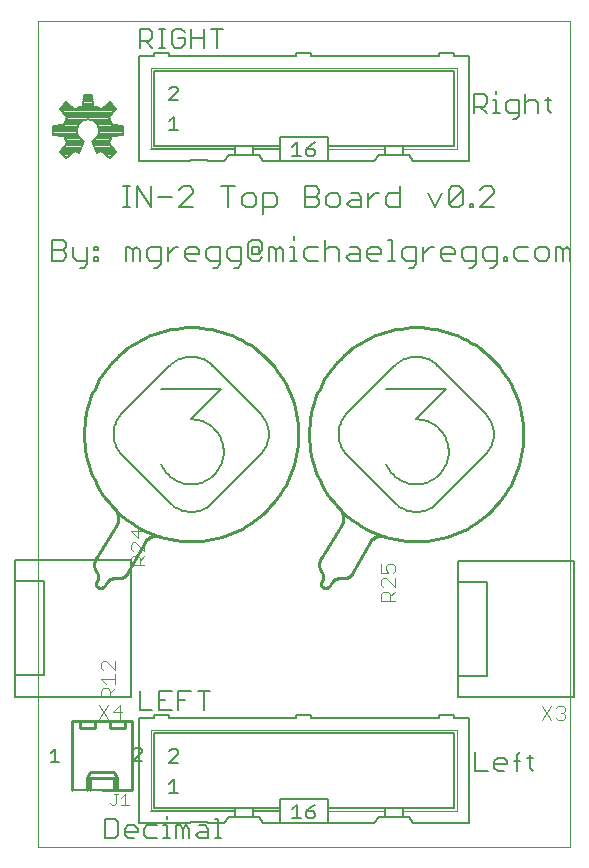
<source format=gto>
G75*
G70*
%OFA0B0*%
%FSLAX24Y24*%
%IPPOS*%
%LPD*%
%AMOC8*
5,1,8,0,0,1.08239X$1,22.5*
%
%ADD10C,0.0000*%
%ADD11C,0.0079*%
%ADD12C,0.0060*%
%ADD13C,0.0050*%
%ADD14C,0.0100*%
%ADD15C,0.0020*%
%ADD16C,0.0070*%
%ADD17C,0.0040*%
%ADD18C,0.0080*%
D10*
X000912Y000100D02*
X000912Y027659D01*
X018628Y027659D01*
X018628Y000100D01*
X000912Y000100D01*
D11*
X001838Y023067D02*
X001634Y023270D01*
X001877Y023567D01*
X001833Y023646D01*
X001799Y023729D01*
X001774Y023815D01*
X001393Y023854D01*
X001393Y024142D01*
X001774Y024180D01*
X001799Y024266D01*
X001833Y024349D01*
X001877Y024428D01*
X001634Y024725D01*
X001838Y024928D01*
X002135Y024686D01*
X002213Y024730D01*
X002296Y024764D01*
X002383Y024789D01*
X002421Y025170D01*
X002709Y025170D01*
X002748Y024789D01*
X002834Y024764D01*
X002917Y024730D01*
X002995Y024686D01*
X003292Y024928D01*
X003496Y024725D01*
X003254Y024428D01*
X003297Y024349D01*
X003331Y024266D01*
X003356Y024180D01*
X003737Y024142D01*
X003737Y023854D01*
X003356Y023815D01*
X003331Y023729D01*
X003297Y023646D01*
X003254Y023567D01*
X003496Y023270D01*
X003292Y023067D01*
X002995Y023309D01*
X002937Y023276D01*
X002876Y023247D01*
X002706Y023657D01*
X002770Y023691D01*
X002826Y023737D01*
X002872Y023793D01*
X002906Y023856D01*
X002927Y023926D01*
X002934Y023998D01*
X002927Y024070D01*
X002906Y024139D01*
X002872Y024203D01*
X002826Y024259D01*
X002770Y024305D01*
X002706Y024339D01*
X002637Y024360D01*
X002565Y024367D01*
X002493Y024360D01*
X002424Y024339D01*
X002360Y024305D01*
X002304Y024259D01*
X002258Y024203D01*
X002224Y024139D01*
X002203Y024070D01*
X002196Y023998D01*
X002203Y023926D01*
X002224Y023856D01*
X002258Y023793D01*
X002304Y023737D01*
X002360Y023691D01*
X002424Y023657D01*
X002254Y023247D01*
X002193Y023276D01*
X002135Y023309D01*
X001838Y023067D01*
X001787Y023118D02*
X001900Y023118D01*
X001995Y023195D02*
X001710Y023195D01*
X001636Y023272D02*
X002090Y023272D01*
X002201Y023272D02*
X002265Y023272D01*
X002297Y023349D02*
X001699Y023349D01*
X001762Y023427D02*
X002329Y023427D01*
X002361Y023504D02*
X001825Y023504D01*
X001869Y023581D02*
X002393Y023581D01*
X002421Y023658D02*
X001828Y023658D01*
X001797Y023736D02*
X002306Y023736D01*
X002247Y023813D02*
X001775Y023813D01*
X001779Y024199D02*
X002256Y024199D01*
X002219Y024122D02*
X001393Y024122D01*
X001393Y024045D02*
X002201Y024045D01*
X002199Y023967D02*
X001393Y023967D01*
X001393Y023890D02*
X002214Y023890D01*
X002326Y024276D02*
X001803Y024276D01*
X001836Y024353D02*
X002473Y024353D01*
X002657Y024353D02*
X003295Y024353D01*
X003327Y024276D02*
X002805Y024276D01*
X002874Y024199D02*
X003351Y024199D01*
X003256Y024431D02*
X001874Y024431D01*
X001811Y024508D02*
X003319Y024508D01*
X003382Y024585D02*
X001748Y024585D01*
X001685Y024662D02*
X003445Y024662D01*
X003481Y024740D02*
X003061Y024740D01*
X003156Y024817D02*
X003404Y024817D01*
X003327Y024894D02*
X003250Y024894D01*
X002892Y024740D02*
X002238Y024740D01*
X002385Y024817D02*
X002745Y024817D01*
X002737Y024894D02*
X002393Y024894D01*
X002401Y024971D02*
X002729Y024971D01*
X002721Y025049D02*
X002409Y025049D01*
X002417Y025126D02*
X002714Y025126D01*
X002069Y024740D02*
X001649Y024740D01*
X001727Y024817D02*
X001975Y024817D01*
X001880Y024894D02*
X001804Y024894D01*
X002883Y023813D02*
X003356Y023813D01*
X003333Y023736D02*
X002825Y023736D01*
X002710Y023658D02*
X003302Y023658D01*
X003261Y023581D02*
X002738Y023581D01*
X002770Y023504D02*
X003306Y023504D01*
X003369Y023427D02*
X002802Y023427D01*
X002834Y023349D02*
X003432Y023349D01*
X003495Y023272D02*
X003041Y023272D01*
X002929Y023272D02*
X002866Y023272D01*
X003135Y023195D02*
X003420Y023195D01*
X003343Y023118D02*
X003230Y023118D01*
X002916Y023890D02*
X003737Y023890D01*
X003737Y023967D02*
X002931Y023967D01*
X002930Y024045D02*
X003737Y024045D01*
X003737Y024122D02*
X002911Y024122D01*
D12*
X003737Y022130D02*
X003970Y022130D01*
X003854Y022130D02*
X003854Y021429D01*
X003970Y021429D02*
X003737Y021429D01*
X004203Y021429D02*
X004203Y022130D01*
X004671Y021429D01*
X004671Y022130D01*
X004903Y021780D02*
X005370Y021780D01*
X005603Y022013D02*
X005720Y022130D01*
X005953Y022130D01*
X006070Y022013D01*
X006070Y021896D01*
X005603Y021429D01*
X006070Y021429D01*
X007003Y022130D02*
X007470Y022130D01*
X007236Y022130D02*
X007236Y021429D01*
X007702Y021546D02*
X007819Y021429D01*
X008053Y021429D01*
X008170Y021546D01*
X008170Y021780D01*
X008053Y021896D01*
X007819Y021896D01*
X007702Y021780D01*
X007702Y021546D01*
X008402Y021429D02*
X008753Y021429D01*
X008869Y021546D01*
X008869Y021780D01*
X008753Y021896D01*
X008402Y021896D01*
X008402Y021196D01*
X008256Y020358D02*
X008023Y020358D01*
X007906Y020241D01*
X007906Y019774D01*
X008023Y019658D01*
X008256Y019658D01*
X008373Y019774D01*
X008256Y019891D02*
X008256Y020125D01*
X008023Y020125D01*
X008023Y019891D01*
X008256Y019891D01*
X008373Y020008D01*
X008373Y020241D01*
X008256Y020358D01*
X008606Y020125D02*
X008723Y020125D01*
X008839Y020008D01*
X008956Y020125D01*
X009073Y020008D01*
X009073Y019658D01*
X009306Y019658D02*
X009539Y019658D01*
X009423Y019658D02*
X009423Y020125D01*
X009306Y020125D01*
X009423Y020358D02*
X009423Y020475D01*
X009889Y020125D02*
X009772Y020008D01*
X009772Y019774D01*
X009889Y019658D01*
X010239Y019658D01*
X010472Y019658D02*
X010472Y020358D01*
X010589Y020125D02*
X010822Y020125D01*
X010939Y020008D01*
X010939Y019658D01*
X011172Y019774D02*
X011289Y019891D01*
X011639Y019891D01*
X011639Y020008D02*
X011522Y020125D01*
X011289Y020125D01*
X011172Y019774D02*
X011289Y019658D01*
X011639Y019658D01*
X011639Y020008D01*
X011872Y020008D02*
X011872Y019774D01*
X011988Y019658D01*
X012222Y019658D01*
X012339Y019891D02*
X011872Y019891D01*
X011872Y020008D02*
X011988Y020125D01*
X012222Y020125D01*
X012339Y020008D01*
X012339Y019891D01*
X012571Y019658D02*
X012805Y019658D01*
X012688Y019658D02*
X012688Y020358D01*
X012571Y020358D01*
X013038Y020008D02*
X013038Y019774D01*
X013155Y019658D01*
X013505Y019658D01*
X013505Y019541D02*
X013505Y020125D01*
X013155Y020125D01*
X013038Y020008D01*
X013505Y019541D02*
X013388Y019424D01*
X013272Y019424D01*
X013738Y019658D02*
X013738Y020125D01*
X013971Y020125D02*
X013738Y019891D01*
X013971Y020125D02*
X014088Y020125D01*
X014321Y020008D02*
X014321Y019774D01*
X014438Y019658D01*
X014671Y019658D01*
X014788Y019891D02*
X014321Y019891D01*
X014321Y020008D02*
X014438Y020125D01*
X014671Y020125D01*
X014788Y020008D01*
X014788Y019891D01*
X015021Y020008D02*
X015021Y019774D01*
X015138Y019658D01*
X015488Y019658D01*
X015488Y019541D02*
X015488Y020125D01*
X015138Y020125D01*
X015021Y020008D01*
X015254Y019424D02*
X015371Y019424D01*
X015488Y019541D01*
X015721Y019774D02*
X015837Y019658D01*
X016188Y019658D01*
X016188Y019541D02*
X016188Y020125D01*
X015837Y020125D01*
X015721Y020008D01*
X015721Y019774D01*
X015954Y019424D02*
X016071Y019424D01*
X016188Y019541D01*
X016420Y019658D02*
X016537Y019658D01*
X016537Y019774D01*
X016420Y019774D01*
X016420Y019658D01*
X016770Y019774D02*
X016887Y019658D01*
X017237Y019658D01*
X017470Y019774D02*
X017587Y019658D01*
X017820Y019658D01*
X017937Y019774D01*
X017937Y020008D01*
X017820Y020125D01*
X017587Y020125D01*
X017470Y020008D01*
X017470Y019774D01*
X017237Y020125D02*
X016887Y020125D01*
X016770Y020008D01*
X016770Y019774D01*
X016101Y021429D02*
X015633Y021429D01*
X016101Y021896D01*
X016101Y022013D01*
X015984Y022130D01*
X015750Y022130D01*
X015633Y022013D01*
X015400Y021546D02*
X015400Y021429D01*
X015284Y021429D01*
X015284Y021546D01*
X015400Y021546D01*
X015051Y021546D02*
X015051Y022013D01*
X014584Y021546D01*
X014701Y021429D01*
X014934Y021429D01*
X015051Y021546D01*
X015051Y022013D02*
X014934Y022130D01*
X014701Y022130D01*
X014584Y022013D01*
X014584Y021546D01*
X014351Y021896D02*
X014118Y021429D01*
X013884Y021896D01*
X012951Y021896D02*
X012601Y021896D01*
X012484Y021780D01*
X012484Y021546D01*
X012601Y021429D01*
X012951Y021429D01*
X012951Y022130D01*
X012252Y021896D02*
X012135Y021896D01*
X011901Y021663D01*
X011668Y021663D02*
X011318Y021663D01*
X011201Y021546D01*
X011318Y021429D01*
X011668Y021429D01*
X011668Y021780D01*
X011552Y021896D01*
X011318Y021896D01*
X010969Y021780D02*
X010969Y021546D01*
X010852Y021429D01*
X010618Y021429D01*
X010502Y021546D01*
X010502Y021780D01*
X010618Y021896D01*
X010852Y021896D01*
X010969Y021780D01*
X010269Y021896D02*
X010152Y021780D01*
X009802Y021780D01*
X009802Y022130D02*
X009802Y021429D01*
X010152Y021429D01*
X010269Y021546D01*
X010269Y021663D01*
X010152Y021780D01*
X010269Y021896D02*
X010269Y022013D01*
X010152Y022130D01*
X009802Y022130D01*
X009889Y020125D02*
X010239Y020125D01*
X010472Y020008D02*
X010589Y020125D01*
X011901Y021429D02*
X011901Y021896D01*
X008839Y020008D02*
X008839Y019658D01*
X008606Y019658D02*
X008606Y020125D01*
X007673Y020125D02*
X007673Y019541D01*
X007557Y019424D01*
X007440Y019424D01*
X007323Y019658D02*
X007673Y019658D01*
X007323Y019658D02*
X007206Y019774D01*
X007206Y020008D01*
X007323Y020125D01*
X007673Y020125D01*
X006974Y020125D02*
X006974Y019541D01*
X006857Y019424D01*
X006740Y019424D01*
X006623Y019658D02*
X006974Y019658D01*
X006623Y019658D02*
X006507Y019774D01*
X006507Y020008D01*
X006623Y020125D01*
X006974Y020125D01*
X006274Y020008D02*
X006274Y019891D01*
X005807Y019891D01*
X005807Y019774D02*
X005807Y020008D01*
X005924Y020125D01*
X006157Y020125D01*
X006274Y020008D01*
X006157Y019658D02*
X005924Y019658D01*
X005807Y019774D01*
X005574Y020125D02*
X005457Y020125D01*
X005224Y019891D01*
X005224Y019658D02*
X005224Y020125D01*
X004991Y020125D02*
X004991Y019541D01*
X004874Y019424D01*
X004757Y019424D01*
X004641Y019658D02*
X004991Y019658D01*
X004641Y019658D02*
X004524Y019774D01*
X004524Y020008D01*
X004641Y020125D01*
X004991Y020125D01*
X004291Y020008D02*
X004291Y019658D01*
X004058Y019658D02*
X004058Y020008D01*
X004174Y020125D01*
X004291Y020008D01*
X004058Y020008D02*
X003941Y020125D01*
X003824Y020125D01*
X003824Y019658D01*
X002891Y019658D02*
X002774Y019658D01*
X002774Y019774D01*
X002891Y019774D01*
X002891Y019658D01*
X002542Y019658D02*
X002191Y019658D01*
X002075Y019774D01*
X002075Y020125D01*
X001842Y020125D02*
X001725Y020008D01*
X001375Y020008D01*
X001725Y020008D02*
X001842Y019891D01*
X001842Y019774D01*
X001725Y019658D01*
X001375Y019658D01*
X001375Y020358D01*
X001725Y020358D01*
X001842Y020241D01*
X001842Y020125D01*
X002308Y019424D02*
X002425Y019424D01*
X002542Y019541D01*
X002542Y020125D01*
X002774Y020125D02*
X002774Y020008D01*
X002891Y020008D01*
X002891Y020125D01*
X002774Y020125D01*
X015430Y024579D02*
X015430Y025219D01*
X015750Y025219D01*
X015857Y025113D01*
X015857Y024899D01*
X015750Y024792D01*
X015430Y024792D01*
X015643Y024792D02*
X015857Y024579D01*
X016074Y024579D02*
X016288Y024579D01*
X016181Y024579D02*
X016181Y025006D01*
X016074Y025006D01*
X016181Y025219D02*
X016181Y025326D01*
X016504Y024899D02*
X016504Y024686D01*
X016611Y024579D01*
X016931Y024579D01*
X016931Y024472D02*
X016931Y025006D01*
X016611Y025006D01*
X016504Y024899D01*
X016718Y024365D02*
X016824Y024365D01*
X016931Y024472D01*
X017149Y024579D02*
X017149Y025219D01*
X017255Y025006D02*
X017149Y024899D01*
X017255Y025006D02*
X017469Y025006D01*
X017576Y024899D01*
X017576Y024579D01*
X017900Y024686D02*
X018007Y024579D01*
X017900Y024686D02*
X017900Y025113D01*
X017793Y025006D02*
X018007Y025006D01*
X018170Y020125D02*
X018287Y020125D01*
X018403Y020008D01*
X018520Y020125D01*
X018637Y020008D01*
X018637Y019658D01*
X018403Y019658D02*
X018403Y020008D01*
X018170Y020125D02*
X018170Y019658D01*
X016972Y003290D02*
X016865Y003183D01*
X016865Y002650D01*
X016758Y002970D02*
X016972Y002970D01*
X017188Y003077D02*
X017402Y003077D01*
X017295Y003183D02*
X017295Y002756D01*
X017402Y002650D01*
X016541Y002863D02*
X016114Y002863D01*
X016114Y002756D02*
X016114Y002970D01*
X016221Y003077D01*
X016434Y003077D01*
X016541Y002970D01*
X016541Y002863D01*
X016434Y002650D02*
X016221Y002650D01*
X016114Y002756D01*
X015896Y002650D02*
X015469Y002650D01*
X015469Y003290D01*
X007012Y000406D02*
X006799Y000406D01*
X006906Y000406D02*
X006906Y001046D01*
X006799Y001046D01*
X006581Y000726D02*
X006581Y000406D01*
X006261Y000406D01*
X006154Y000512D01*
X006261Y000619D01*
X006581Y000619D01*
X006581Y000726D02*
X006475Y000833D01*
X006261Y000833D01*
X005937Y000726D02*
X005937Y000406D01*
X005723Y000406D02*
X005723Y000726D01*
X005830Y000833D01*
X005937Y000726D01*
X005723Y000726D02*
X005616Y000833D01*
X005510Y000833D01*
X005510Y000406D01*
X005294Y000406D02*
X005080Y000406D01*
X005187Y000406D02*
X005187Y000833D01*
X005080Y000833D01*
X004863Y000833D02*
X004542Y000833D01*
X004435Y000726D01*
X004435Y000512D01*
X004542Y000406D01*
X004863Y000406D01*
X005187Y001046D02*
X005187Y001153D01*
X004218Y000726D02*
X004218Y000619D01*
X003791Y000619D01*
X003791Y000512D02*
X003791Y000726D01*
X003898Y000833D01*
X004111Y000833D01*
X004218Y000726D01*
X004111Y000406D02*
X003898Y000406D01*
X003791Y000512D01*
X003573Y000512D02*
X003573Y000939D01*
X003467Y001046D01*
X003146Y001046D01*
X003146Y000406D01*
X003467Y000406D01*
X003573Y000512D01*
D13*
X004254Y000901D02*
X005954Y000901D01*
X005954Y000951D01*
X006554Y000951D01*
X006554Y000901D01*
X007104Y000901D01*
X007254Y001101D01*
X007454Y001101D01*
X008054Y001101D01*
X008254Y001101D01*
X008404Y000901D01*
X008954Y000901D01*
X008954Y001301D01*
X008054Y001301D01*
X008054Y001401D01*
X007454Y001401D01*
X004754Y001401D01*
X004754Y003901D01*
X014754Y003901D01*
X014754Y001401D01*
X013054Y001401D01*
X012454Y001401D01*
X010554Y001401D01*
X010554Y001301D01*
X010554Y000901D01*
X008954Y000901D01*
X008954Y001301D02*
X008954Y001401D01*
X008054Y001401D01*
X008054Y001301D02*
X008054Y001101D01*
X007454Y001101D02*
X007454Y001301D01*
X007454Y001401D01*
X007454Y001301D02*
X004654Y001301D01*
X004254Y000901D02*
X004254Y004401D01*
X004754Y004401D01*
X004754Y004501D01*
X005254Y004501D01*
X005254Y004401D01*
X009504Y004401D01*
X009504Y004501D01*
X010004Y004501D01*
X010004Y004401D01*
X014254Y004401D01*
X014254Y004501D01*
X014754Y004501D01*
X014754Y004401D01*
X015254Y004401D01*
X015254Y000901D01*
X013404Y000901D01*
X013254Y001101D01*
X013054Y001101D01*
X012454Y001101D01*
X012254Y001101D01*
X012104Y000901D01*
X010554Y000901D01*
X010140Y001151D02*
X010065Y001076D01*
X009915Y001076D01*
X009840Y001151D01*
X009840Y001301D01*
X010065Y001301D01*
X010140Y001226D01*
X010140Y001151D01*
X009840Y001301D02*
X009990Y001452D01*
X010140Y001527D01*
X010554Y001401D02*
X010554Y001701D01*
X008954Y001701D01*
X008954Y001401D01*
X009379Y001376D02*
X009529Y001527D01*
X009529Y001076D01*
X009379Y001076D02*
X009679Y001076D01*
X012454Y001101D02*
X012454Y001301D01*
X012454Y001401D01*
X013054Y001401D02*
X013054Y001301D01*
X013054Y001101D01*
X012799Y011575D02*
X011213Y013161D01*
X011171Y013205D01*
X011133Y013251D01*
X011097Y013300D01*
X011064Y013351D01*
X011035Y013403D01*
X011008Y013458D01*
X010985Y013513D01*
X010965Y013570D01*
X010949Y013629D01*
X010936Y013688D01*
X010927Y013747D01*
X010922Y013808D01*
X010920Y013868D01*
X010922Y013928D01*
X010927Y013989D01*
X010936Y014048D01*
X010949Y014107D01*
X010965Y014166D01*
X010985Y014223D01*
X011008Y014278D01*
X011035Y014333D01*
X011064Y014385D01*
X011097Y014436D01*
X011133Y014485D01*
X011171Y014531D01*
X011213Y014575D01*
X012799Y016161D01*
X012506Y015368D02*
X014506Y015368D01*
X013506Y014368D01*
X013506Y014367D02*
X013571Y014365D01*
X013636Y014359D01*
X013700Y014350D01*
X013763Y014336D01*
X013826Y014319D01*
X013887Y014298D01*
X013947Y014273D01*
X014006Y014245D01*
X014063Y014213D01*
X014117Y014178D01*
X014170Y014140D01*
X014220Y014098D01*
X014267Y014054D01*
X014312Y014007D01*
X014354Y013958D01*
X014393Y013906D01*
X014429Y013851D01*
X014461Y013795D01*
X014490Y013737D01*
X014515Y013677D01*
X014537Y013616D01*
X014555Y013554D01*
X014569Y013490D01*
X014580Y013426D01*
X014586Y013362D01*
X014589Y013297D01*
X014588Y013232D01*
X014583Y013167D01*
X014574Y013103D01*
X014561Y013039D01*
X014544Y012976D01*
X014524Y012915D01*
X014500Y012854D01*
X014473Y012795D01*
X014441Y012738D01*
X014407Y012683D01*
X014369Y012630D01*
X014329Y012580D01*
X014285Y012532D01*
X014239Y012486D01*
X014189Y012444D01*
X014138Y012404D01*
X014084Y012368D01*
X014028Y012335D01*
X013970Y012306D01*
X013911Y012280D01*
X013850Y012257D01*
X013788Y012238D01*
X013725Y012223D01*
X013661Y012212D01*
X013596Y012205D01*
X013531Y012201D01*
X013466Y012202D01*
X013402Y012206D01*
X013337Y012214D01*
X013273Y012226D01*
X013210Y012242D01*
X013148Y012262D01*
X013088Y012285D01*
X013029Y012312D01*
X012971Y012342D01*
X012916Y012376D01*
X012862Y012413D01*
X012811Y012453D01*
X012763Y012496D01*
X012717Y012542D01*
X012674Y012591D01*
X012634Y012642D01*
X012597Y012695D01*
X012563Y012751D01*
X012533Y012808D01*
X012506Y012867D01*
X012799Y011575D02*
X012843Y011533D01*
X012889Y011495D01*
X012938Y011459D01*
X012989Y011426D01*
X013041Y011397D01*
X013096Y011370D01*
X013151Y011347D01*
X013208Y011327D01*
X013267Y011311D01*
X013326Y011298D01*
X013385Y011289D01*
X013446Y011284D01*
X013506Y011282D01*
X013566Y011284D01*
X013627Y011289D01*
X013686Y011298D01*
X013745Y011311D01*
X013804Y011327D01*
X013861Y011347D01*
X013916Y011370D01*
X013971Y011397D01*
X014023Y011426D01*
X014074Y011459D01*
X014123Y011495D01*
X014169Y011533D01*
X014213Y011575D01*
X015799Y013161D01*
X015841Y013205D01*
X015879Y013251D01*
X015915Y013300D01*
X015948Y013351D01*
X015977Y013403D01*
X016004Y013458D01*
X016027Y013513D01*
X016047Y013570D01*
X016063Y013629D01*
X016076Y013688D01*
X016085Y013747D01*
X016090Y013808D01*
X016092Y013868D01*
X016090Y013928D01*
X016085Y013989D01*
X016076Y014048D01*
X016063Y014107D01*
X016047Y014166D01*
X016027Y014223D01*
X016004Y014278D01*
X015977Y014333D01*
X015948Y014385D01*
X015915Y014436D01*
X015879Y014485D01*
X015841Y014531D01*
X015799Y014575D01*
X014213Y016161D01*
X014213Y016160D02*
X014169Y016202D01*
X014123Y016240D01*
X014074Y016276D01*
X014023Y016309D01*
X013971Y016338D01*
X013916Y016365D01*
X013861Y016388D01*
X013804Y016408D01*
X013745Y016424D01*
X013686Y016437D01*
X013627Y016446D01*
X013566Y016451D01*
X013506Y016453D01*
X013446Y016451D01*
X013385Y016446D01*
X013326Y016437D01*
X013267Y016424D01*
X013208Y016408D01*
X013151Y016388D01*
X013096Y016365D01*
X013041Y016338D01*
X012989Y016309D01*
X012938Y016276D01*
X012889Y016240D01*
X012843Y016202D01*
X012799Y016160D01*
X008299Y014575D02*
X006713Y016161D01*
X007006Y015368D02*
X006006Y014368D01*
X006006Y014367D02*
X006071Y014365D01*
X006136Y014359D01*
X006200Y014350D01*
X006263Y014336D01*
X006326Y014319D01*
X006387Y014298D01*
X006447Y014273D01*
X006506Y014245D01*
X006563Y014213D01*
X006617Y014178D01*
X006670Y014140D01*
X006720Y014098D01*
X006767Y014054D01*
X006812Y014007D01*
X006854Y013958D01*
X006893Y013906D01*
X006929Y013851D01*
X006961Y013795D01*
X006990Y013737D01*
X007015Y013677D01*
X007037Y013616D01*
X007055Y013554D01*
X007069Y013490D01*
X007080Y013426D01*
X007086Y013362D01*
X007089Y013297D01*
X007088Y013232D01*
X007083Y013167D01*
X007074Y013103D01*
X007061Y013039D01*
X007044Y012976D01*
X007024Y012915D01*
X007000Y012854D01*
X006973Y012795D01*
X006941Y012738D01*
X006907Y012683D01*
X006869Y012630D01*
X006829Y012580D01*
X006785Y012532D01*
X006739Y012486D01*
X006689Y012444D01*
X006638Y012404D01*
X006584Y012368D01*
X006528Y012335D01*
X006470Y012306D01*
X006411Y012280D01*
X006350Y012257D01*
X006288Y012238D01*
X006225Y012223D01*
X006161Y012212D01*
X006096Y012205D01*
X006031Y012201D01*
X005966Y012202D01*
X005902Y012206D01*
X005837Y012214D01*
X005773Y012226D01*
X005710Y012242D01*
X005648Y012262D01*
X005588Y012285D01*
X005529Y012312D01*
X005471Y012342D01*
X005416Y012376D01*
X005362Y012413D01*
X005311Y012453D01*
X005263Y012496D01*
X005217Y012542D01*
X005174Y012591D01*
X005134Y012642D01*
X005097Y012695D01*
X005063Y012751D01*
X005033Y012808D01*
X005006Y012867D01*
X003713Y013161D02*
X003671Y013205D01*
X003633Y013251D01*
X003597Y013300D01*
X003564Y013351D01*
X003535Y013403D01*
X003508Y013458D01*
X003485Y013513D01*
X003465Y013570D01*
X003449Y013629D01*
X003436Y013688D01*
X003427Y013747D01*
X003422Y013808D01*
X003420Y013868D01*
X003422Y013928D01*
X003427Y013989D01*
X003436Y014048D01*
X003449Y014107D01*
X003465Y014166D01*
X003485Y014223D01*
X003508Y014278D01*
X003535Y014333D01*
X003564Y014385D01*
X003597Y014436D01*
X003633Y014485D01*
X003671Y014531D01*
X003713Y014575D01*
X005299Y016161D01*
X005006Y015368D02*
X007006Y015368D01*
X006713Y016160D02*
X006669Y016202D01*
X006623Y016240D01*
X006574Y016276D01*
X006523Y016309D01*
X006471Y016338D01*
X006416Y016365D01*
X006361Y016388D01*
X006304Y016408D01*
X006245Y016424D01*
X006186Y016437D01*
X006127Y016446D01*
X006066Y016451D01*
X006006Y016453D01*
X005946Y016451D01*
X005885Y016446D01*
X005826Y016437D01*
X005767Y016424D01*
X005708Y016408D01*
X005651Y016388D01*
X005596Y016365D01*
X005541Y016338D01*
X005489Y016309D01*
X005438Y016276D01*
X005389Y016240D01*
X005343Y016202D01*
X005299Y016160D01*
X003713Y013161D02*
X005299Y011575D01*
X005343Y011533D01*
X005389Y011495D01*
X005438Y011459D01*
X005489Y011426D01*
X005541Y011397D01*
X005596Y011370D01*
X005651Y011347D01*
X005708Y011327D01*
X005767Y011311D01*
X005826Y011298D01*
X005885Y011289D01*
X005946Y011284D01*
X006006Y011282D01*
X006066Y011284D01*
X006127Y011289D01*
X006186Y011298D01*
X006245Y011311D01*
X006304Y011327D01*
X006361Y011347D01*
X006416Y011370D01*
X006471Y011397D01*
X006523Y011426D01*
X006574Y011459D01*
X006623Y011495D01*
X006669Y011533D01*
X006713Y011575D01*
X008299Y013161D01*
X008341Y013205D01*
X008379Y013251D01*
X008415Y013300D01*
X008448Y013351D01*
X008477Y013403D01*
X008504Y013458D01*
X008527Y013513D01*
X008547Y013570D01*
X008563Y013629D01*
X008576Y013688D01*
X008585Y013747D01*
X008590Y013808D01*
X008592Y013868D01*
X008590Y013928D01*
X008585Y013989D01*
X008576Y014048D01*
X008563Y014107D01*
X008547Y014166D01*
X008527Y014223D01*
X008504Y014278D01*
X008477Y014333D01*
X008448Y014385D01*
X008415Y014436D01*
X008379Y014485D01*
X008341Y014531D01*
X008299Y014575D01*
X008404Y022972D02*
X008954Y022972D01*
X008954Y023372D01*
X008054Y023372D01*
X008054Y023472D01*
X007454Y023472D01*
X004754Y023472D01*
X004754Y025972D01*
X014754Y025972D01*
X014754Y023472D01*
X013054Y023472D01*
X012454Y023472D01*
X010554Y023472D01*
X010554Y023372D01*
X010554Y022972D01*
X008954Y022972D01*
X008954Y023372D02*
X008954Y023472D01*
X008054Y023472D01*
X008054Y023372D02*
X008054Y023172D01*
X008254Y023172D01*
X008404Y022972D01*
X008054Y023172D02*
X007454Y023172D01*
X007254Y023172D01*
X007104Y022972D01*
X006554Y022972D01*
X006554Y023022D01*
X005954Y023022D01*
X005954Y022972D01*
X004254Y022972D01*
X004254Y026472D01*
X004754Y026472D01*
X004754Y026572D01*
X005254Y026572D01*
X005254Y026472D01*
X009504Y026472D01*
X009504Y026572D01*
X010004Y026572D01*
X010004Y026472D01*
X014254Y026472D01*
X014254Y026572D01*
X014754Y026572D01*
X014754Y026472D01*
X015254Y026472D01*
X015254Y022972D01*
X013404Y022972D01*
X013254Y023172D01*
X013054Y023172D01*
X012454Y023172D01*
X012254Y023172D01*
X012104Y022972D01*
X010554Y022972D01*
X010140Y023222D02*
X010140Y023297D01*
X010065Y023372D01*
X009840Y023372D01*
X009840Y023222D01*
X009915Y023147D01*
X010065Y023147D01*
X010140Y023222D01*
X009990Y023522D02*
X009840Y023372D01*
X009990Y023522D02*
X010140Y023597D01*
X010554Y023472D02*
X010554Y023772D01*
X008954Y023772D01*
X008954Y023472D01*
X009379Y023447D02*
X009529Y023597D01*
X009529Y023147D01*
X009379Y023147D02*
X009679Y023147D01*
X007454Y023172D02*
X007454Y023372D01*
X007454Y023472D01*
X007454Y023372D02*
X004654Y023372D01*
X005279Y023997D02*
X005579Y023997D01*
X005429Y023997D02*
X005429Y024447D01*
X005279Y024297D01*
X005279Y024997D02*
X005579Y025297D01*
X005579Y025372D01*
X005504Y025447D01*
X005354Y025447D01*
X005279Y025372D01*
X005279Y024997D02*
X005579Y024997D01*
X012454Y023472D02*
X012454Y023372D01*
X012454Y023172D01*
X013054Y023172D02*
X013054Y023372D01*
X013054Y023472D01*
X003938Y004321D02*
X003788Y004321D01*
X003038Y004321D02*
X002788Y004321D01*
X002288Y004321D02*
X002038Y004321D01*
X002038Y002021D02*
X003038Y002021D01*
X003438Y002021D02*
X003538Y002021D01*
X003538Y002171D01*
X005279Y002226D02*
X005429Y002377D01*
X005429Y001926D01*
X005279Y001926D02*
X005579Y001926D01*
X005579Y002926D02*
X005279Y002926D01*
X005579Y003226D01*
X005579Y003302D01*
X005504Y003377D01*
X005354Y003377D01*
X005279Y003302D01*
D14*
X004038Y003171D02*
X004038Y002021D01*
X003538Y002021D01*
X003538Y002421D01*
X003438Y002621D01*
X002638Y002621D01*
X002538Y002421D01*
X002538Y002021D01*
X002638Y002021D02*
X002638Y002421D01*
X002538Y002421D01*
X002638Y002421D02*
X003438Y002421D01*
X003438Y002021D01*
X003538Y002021D02*
X003038Y002021D01*
X003438Y002421D02*
X003538Y002421D01*
X004038Y003171D02*
X004038Y004321D01*
X003788Y004321D01*
X003788Y004071D01*
X003288Y004071D01*
X003288Y004321D01*
X002788Y004321D01*
X002788Y004071D01*
X002288Y004071D01*
X002288Y004321D01*
X002038Y004321D01*
X002038Y003171D01*
X002038Y002021D01*
X002288Y004321D02*
X002788Y004321D01*
X003038Y004321D02*
X004038Y004321D01*
X003156Y008868D02*
X003170Y008898D01*
X003188Y008926D01*
X003208Y008953D01*
X003230Y008978D01*
X003255Y009000D01*
X003282Y009019D01*
X003311Y009036D01*
X003342Y009049D01*
X003374Y009059D01*
X003406Y009067D01*
X003439Y009070D01*
X003473Y009071D01*
X003506Y009068D01*
X003506Y009067D02*
X003542Y009063D01*
X003579Y009063D01*
X003615Y009067D01*
X003651Y009073D01*
X003687Y009084D01*
X003721Y009097D01*
X003753Y009113D01*
X003784Y009133D01*
X003814Y009155D01*
X003841Y009179D01*
X003865Y009207D01*
X003887Y009236D01*
X003906Y009267D01*
X003906Y009268D02*
X004456Y010268D01*
X004456Y010267D02*
X004477Y010300D01*
X004500Y010332D01*
X004526Y010361D01*
X004554Y010387D01*
X004585Y010411D01*
X004618Y010431D01*
X004653Y010449D01*
X004689Y010463D01*
X004726Y010475D01*
X004764Y010482D01*
X004803Y010486D01*
X004842Y010487D01*
X004880Y010484D01*
X004919Y010477D01*
X004956Y010467D01*
X003506Y010818D02*
X002856Y009768D01*
X002834Y009737D01*
X002815Y009703D01*
X002799Y009668D01*
X002786Y009632D01*
X002777Y009594D01*
X002772Y009556D01*
X002770Y009518D01*
X002772Y009480D01*
X002777Y009442D01*
X002786Y009404D01*
X002799Y009368D01*
X002815Y009333D01*
X002834Y009299D01*
X002856Y009268D01*
X002873Y009244D01*
X002887Y009218D01*
X002897Y009190D01*
X002904Y009162D01*
X002908Y009133D01*
X002908Y009103D01*
X002904Y009074D01*
X002897Y009046D01*
X002887Y009018D01*
X002873Y008992D01*
X002856Y008968D01*
X002906Y008768D02*
X002929Y008760D01*
X002954Y008754D01*
X002979Y008752D01*
X003003Y008753D01*
X003028Y008758D01*
X003052Y008765D01*
X003074Y008776D01*
X003095Y008790D01*
X003114Y008806D01*
X003131Y008825D01*
X003145Y008846D01*
X003156Y008868D01*
X002906Y008767D02*
X002887Y008778D01*
X002870Y008791D01*
X002855Y008807D01*
X002844Y008825D01*
X002835Y008845D01*
X002830Y008866D01*
X002828Y008887D01*
X002830Y008909D01*
X002835Y008930D01*
X002844Y008950D01*
X002856Y008968D01*
X003506Y010817D02*
X003527Y010854D01*
X003544Y010893D01*
X003557Y010933D01*
X003567Y010974D01*
X003573Y011016D01*
X003575Y011058D01*
X003573Y011101D01*
X003567Y011142D01*
X003558Y011184D01*
X003544Y011224D01*
X003527Y011262D01*
X003507Y011299D01*
X003483Y011334D01*
X003456Y011367D01*
X002441Y013868D02*
X002445Y014043D01*
X002458Y014217D01*
X002480Y014391D01*
X002510Y014563D01*
X002548Y014734D01*
X002595Y014903D01*
X002649Y015069D01*
X002712Y015232D01*
X002783Y015392D01*
X002862Y015549D01*
X002948Y015701D01*
X003042Y015849D01*
X003143Y015992D01*
X003250Y016130D01*
X003365Y016262D01*
X003485Y016389D01*
X003612Y016509D01*
X003744Y016624D01*
X003882Y016731D01*
X004025Y016832D01*
X004173Y016926D01*
X004325Y017012D01*
X004482Y017091D01*
X004642Y017162D01*
X004805Y017225D01*
X004971Y017279D01*
X005140Y017326D01*
X005311Y017364D01*
X005483Y017394D01*
X005657Y017416D01*
X005831Y017429D01*
X006006Y017433D01*
X006181Y017429D01*
X006355Y017416D01*
X006529Y017394D01*
X006701Y017364D01*
X006872Y017326D01*
X007041Y017279D01*
X007207Y017225D01*
X007370Y017162D01*
X007530Y017091D01*
X007687Y017012D01*
X007839Y016926D01*
X007987Y016832D01*
X008130Y016731D01*
X008268Y016624D01*
X008400Y016509D01*
X008527Y016389D01*
X008647Y016262D01*
X008762Y016130D01*
X008869Y015992D01*
X008970Y015849D01*
X009064Y015701D01*
X009150Y015549D01*
X009229Y015392D01*
X009300Y015232D01*
X009363Y015069D01*
X009417Y014903D01*
X009464Y014734D01*
X009502Y014563D01*
X009532Y014391D01*
X009554Y014217D01*
X009567Y014043D01*
X009571Y013868D01*
X009567Y013693D01*
X009554Y013519D01*
X009532Y013345D01*
X009502Y013173D01*
X009464Y013002D01*
X009417Y012833D01*
X009363Y012667D01*
X009300Y012504D01*
X009229Y012344D01*
X009150Y012187D01*
X009064Y012035D01*
X008970Y011887D01*
X008869Y011744D01*
X008762Y011606D01*
X008647Y011474D01*
X008527Y011347D01*
X008400Y011227D01*
X008268Y011112D01*
X008130Y011005D01*
X007987Y010904D01*
X007839Y010810D01*
X007687Y010724D01*
X007530Y010645D01*
X007370Y010574D01*
X007207Y010511D01*
X007041Y010457D01*
X006872Y010410D01*
X006701Y010372D01*
X006529Y010342D01*
X006355Y010320D01*
X006181Y010307D01*
X006006Y010303D01*
X005831Y010307D01*
X005657Y010320D01*
X005483Y010342D01*
X005311Y010372D01*
X005140Y010410D01*
X004971Y010457D01*
X004805Y010511D01*
X004642Y010574D01*
X004482Y010645D01*
X004325Y010724D01*
X004173Y010810D01*
X004025Y010904D01*
X003882Y011005D01*
X003744Y011112D01*
X003612Y011227D01*
X003485Y011347D01*
X003365Y011474D01*
X003250Y011606D01*
X003143Y011744D01*
X003042Y011887D01*
X002948Y012035D01*
X002862Y012187D01*
X002783Y012344D01*
X002712Y012504D01*
X002649Y012667D01*
X002595Y012833D01*
X002548Y013002D01*
X002510Y013173D01*
X002480Y013345D01*
X002458Y013519D01*
X002445Y013693D01*
X002441Y013868D01*
X010356Y009268D02*
X010373Y009244D01*
X010387Y009218D01*
X010397Y009190D01*
X010404Y009162D01*
X010408Y009133D01*
X010408Y009103D01*
X010404Y009074D01*
X010397Y009046D01*
X010387Y009018D01*
X010373Y008992D01*
X010356Y008968D01*
X010406Y008768D02*
X010429Y008760D01*
X010454Y008754D01*
X010479Y008752D01*
X010503Y008753D01*
X010528Y008758D01*
X010552Y008765D01*
X010574Y008776D01*
X010595Y008790D01*
X010614Y008806D01*
X010631Y008825D01*
X010645Y008846D01*
X010656Y008868D01*
X010406Y008767D02*
X010387Y008778D01*
X010370Y008791D01*
X010355Y008807D01*
X010344Y008825D01*
X010335Y008845D01*
X010330Y008866D01*
X010328Y008887D01*
X010330Y008909D01*
X010335Y008930D01*
X010344Y008950D01*
X010356Y008968D01*
X010356Y009268D02*
X010334Y009299D01*
X010315Y009333D01*
X010299Y009368D01*
X010286Y009404D01*
X010277Y009442D01*
X010272Y009480D01*
X010270Y009518D01*
X010272Y009556D01*
X010277Y009594D01*
X010286Y009632D01*
X010299Y009668D01*
X010315Y009703D01*
X010334Y009737D01*
X010356Y009768D01*
X011006Y010818D01*
X011006Y010817D02*
X011027Y010854D01*
X011044Y010893D01*
X011057Y010933D01*
X011067Y010974D01*
X011073Y011016D01*
X011075Y011058D01*
X011073Y011101D01*
X011067Y011142D01*
X011058Y011184D01*
X011044Y011224D01*
X011027Y011262D01*
X011007Y011299D01*
X010983Y011334D01*
X010956Y011367D01*
X011956Y010268D02*
X011406Y009268D01*
X011406Y009267D02*
X011387Y009236D01*
X011365Y009207D01*
X011341Y009179D01*
X011314Y009155D01*
X011284Y009133D01*
X011253Y009113D01*
X011221Y009097D01*
X011187Y009084D01*
X011151Y009073D01*
X011115Y009067D01*
X011079Y009063D01*
X011042Y009063D01*
X011006Y009067D01*
X011006Y009068D02*
X010973Y009071D01*
X010939Y009070D01*
X010906Y009067D01*
X010874Y009059D01*
X010842Y009049D01*
X010811Y009036D01*
X010782Y009019D01*
X010755Y009000D01*
X010730Y008978D01*
X010708Y008953D01*
X010688Y008926D01*
X010670Y008898D01*
X010656Y008868D01*
X011956Y010267D02*
X011977Y010300D01*
X012000Y010332D01*
X012026Y010361D01*
X012054Y010387D01*
X012085Y010411D01*
X012118Y010431D01*
X012153Y010449D01*
X012189Y010463D01*
X012226Y010475D01*
X012264Y010482D01*
X012303Y010486D01*
X012342Y010487D01*
X012380Y010484D01*
X012419Y010477D01*
X012456Y010467D01*
X009941Y013868D02*
X009945Y014043D01*
X009958Y014217D01*
X009980Y014391D01*
X010010Y014563D01*
X010048Y014734D01*
X010095Y014903D01*
X010149Y015069D01*
X010212Y015232D01*
X010283Y015392D01*
X010362Y015549D01*
X010448Y015701D01*
X010542Y015849D01*
X010643Y015992D01*
X010750Y016130D01*
X010865Y016262D01*
X010985Y016389D01*
X011112Y016509D01*
X011244Y016624D01*
X011382Y016731D01*
X011525Y016832D01*
X011673Y016926D01*
X011825Y017012D01*
X011982Y017091D01*
X012142Y017162D01*
X012305Y017225D01*
X012471Y017279D01*
X012640Y017326D01*
X012811Y017364D01*
X012983Y017394D01*
X013157Y017416D01*
X013331Y017429D01*
X013506Y017433D01*
X013681Y017429D01*
X013855Y017416D01*
X014029Y017394D01*
X014201Y017364D01*
X014372Y017326D01*
X014541Y017279D01*
X014707Y017225D01*
X014870Y017162D01*
X015030Y017091D01*
X015187Y017012D01*
X015339Y016926D01*
X015487Y016832D01*
X015630Y016731D01*
X015768Y016624D01*
X015900Y016509D01*
X016027Y016389D01*
X016147Y016262D01*
X016262Y016130D01*
X016369Y015992D01*
X016470Y015849D01*
X016564Y015701D01*
X016650Y015549D01*
X016729Y015392D01*
X016800Y015232D01*
X016863Y015069D01*
X016917Y014903D01*
X016964Y014734D01*
X017002Y014563D01*
X017032Y014391D01*
X017054Y014217D01*
X017067Y014043D01*
X017071Y013868D01*
X017067Y013693D01*
X017054Y013519D01*
X017032Y013345D01*
X017002Y013173D01*
X016964Y013002D01*
X016917Y012833D01*
X016863Y012667D01*
X016800Y012504D01*
X016729Y012344D01*
X016650Y012187D01*
X016564Y012035D01*
X016470Y011887D01*
X016369Y011744D01*
X016262Y011606D01*
X016147Y011474D01*
X016027Y011347D01*
X015900Y011227D01*
X015768Y011112D01*
X015630Y011005D01*
X015487Y010904D01*
X015339Y010810D01*
X015187Y010724D01*
X015030Y010645D01*
X014870Y010574D01*
X014707Y010511D01*
X014541Y010457D01*
X014372Y010410D01*
X014201Y010372D01*
X014029Y010342D01*
X013855Y010320D01*
X013681Y010307D01*
X013506Y010303D01*
X013331Y010307D01*
X013157Y010320D01*
X012983Y010342D01*
X012811Y010372D01*
X012640Y010410D01*
X012471Y010457D01*
X012305Y010511D01*
X012142Y010574D01*
X011982Y010645D01*
X011825Y010724D01*
X011673Y010810D01*
X011525Y010904D01*
X011382Y011005D01*
X011244Y011112D01*
X011112Y011227D01*
X010985Y011347D01*
X010865Y011474D01*
X010750Y011606D01*
X010643Y011744D01*
X010542Y011887D01*
X010448Y012035D01*
X010362Y012187D01*
X010283Y012344D01*
X010212Y012504D01*
X010149Y012667D01*
X010095Y012833D01*
X010048Y013002D01*
X010010Y013173D01*
X009980Y013345D01*
X009958Y013519D01*
X009945Y013693D01*
X009941Y013868D01*
D15*
X010554Y023372D02*
X012454Y023372D01*
X013054Y023372D02*
X014854Y023372D01*
X014854Y026072D01*
X004654Y026072D01*
X004654Y023372D01*
X004654Y004001D02*
X004654Y001301D01*
X004654Y004001D02*
X014854Y004001D01*
X014854Y001301D01*
X013054Y001301D01*
X012454Y001301D02*
X010554Y001301D01*
D16*
X006643Y005317D02*
X006223Y005317D01*
X006433Y005317D02*
X006433Y004686D01*
X005999Y005317D02*
X005578Y005317D01*
X005578Y004686D01*
X005354Y004686D02*
X004934Y004686D01*
X004934Y005317D01*
X005354Y005317D01*
X005144Y005001D02*
X004934Y005001D01*
X004710Y004686D02*
X004289Y004686D01*
X004289Y005317D01*
X005578Y005001D02*
X005788Y005001D01*
X004288Y003407D02*
X004145Y003407D01*
X004073Y003335D01*
X004288Y003407D02*
X004360Y003335D01*
X004360Y003263D01*
X004073Y002976D01*
X004360Y002976D01*
X001610Y002946D02*
X001323Y002946D01*
X001466Y002946D02*
X001466Y003377D01*
X001323Y003233D01*
X004289Y026757D02*
X004289Y027388D01*
X004604Y027388D01*
X004710Y027282D01*
X004710Y027072D01*
X004604Y026967D01*
X004289Y026967D01*
X004499Y026967D02*
X004710Y026757D01*
X004934Y026757D02*
X005144Y026757D01*
X005039Y026757D02*
X005039Y027388D01*
X004934Y027388D02*
X005144Y027388D01*
X005363Y027282D02*
X005363Y026862D01*
X005469Y026757D01*
X005679Y026757D01*
X005784Y026862D01*
X005784Y027072D01*
X005574Y027072D01*
X005784Y027282D02*
X005679Y027388D01*
X005469Y027388D01*
X005363Y027282D01*
X006008Y027388D02*
X006008Y026757D01*
X006008Y027072D02*
X006428Y027072D01*
X006428Y026757D02*
X006428Y027388D01*
X006653Y027388D02*
X007073Y027388D01*
X006863Y027388D02*
X006863Y026757D01*
D17*
X004219Y010731D02*
X004219Y010424D01*
X003989Y010654D01*
X004449Y010654D01*
X004449Y010271D02*
X004449Y009964D01*
X004142Y010271D01*
X004065Y010271D01*
X003989Y010194D01*
X003989Y010041D01*
X004065Y009964D01*
X004065Y009810D02*
X004219Y009810D01*
X004296Y009734D01*
X004296Y009503D01*
X004449Y009503D02*
X003989Y009503D01*
X003989Y009734D01*
X004065Y009810D01*
X004296Y009657D02*
X004449Y009810D01*
X003464Y006323D02*
X003464Y006016D01*
X003157Y006323D01*
X003080Y006323D01*
X003004Y006247D01*
X003004Y006093D01*
X003080Y006016D01*
X003004Y005709D02*
X003464Y005709D01*
X003464Y005556D02*
X003464Y005863D01*
X003157Y005556D02*
X003004Y005709D01*
X003080Y005403D02*
X003234Y005403D01*
X003311Y005326D01*
X003311Y005096D01*
X003311Y005249D02*
X003464Y005403D01*
X003464Y005096D02*
X003004Y005096D01*
X003004Y005326D01*
X003080Y005403D01*
X002938Y004832D02*
X003245Y004372D01*
X003398Y004602D02*
X003705Y004602D01*
X003629Y004372D02*
X003629Y004832D01*
X003398Y004602D01*
X003245Y004832D02*
X002938Y004372D01*
X003431Y001862D02*
X003551Y001862D01*
X003491Y001862D02*
X003491Y001562D01*
X003431Y001501D01*
X003370Y001501D01*
X003310Y001562D01*
X003679Y001501D02*
X003919Y001501D01*
X003799Y001501D02*
X003799Y001862D01*
X003679Y001742D01*
X012335Y008314D02*
X012335Y008545D01*
X012412Y008621D01*
X012565Y008621D01*
X012642Y008545D01*
X012642Y008314D01*
X012796Y008314D02*
X012335Y008314D01*
X012642Y008468D02*
X012796Y008621D01*
X012796Y008775D02*
X012489Y009082D01*
X012412Y009082D01*
X012335Y009005D01*
X012335Y008852D01*
X012412Y008775D01*
X012796Y008775D02*
X012796Y009082D01*
X012719Y009235D02*
X012796Y009312D01*
X012796Y009465D01*
X012719Y009542D01*
X012565Y009542D01*
X012489Y009465D01*
X012489Y009389D01*
X012565Y009235D01*
X012335Y009235D01*
X012335Y009542D01*
X017702Y004809D02*
X018009Y004348D01*
X018162Y004425D02*
X018239Y004348D01*
X018392Y004348D01*
X018469Y004425D01*
X018469Y004502D01*
X018392Y004579D01*
X018316Y004579D01*
X018392Y004579D02*
X018469Y004655D01*
X018469Y004732D01*
X018392Y004809D01*
X018239Y004809D01*
X018162Y004732D01*
X018009Y004809D02*
X017702Y004348D01*
D18*
X018752Y005102D02*
X018752Y009651D01*
X014904Y009651D01*
X014904Y008943D01*
X015859Y008943D01*
X015859Y005811D01*
X014904Y005811D01*
X014904Y005102D01*
X018752Y005102D01*
X014904Y005811D02*
X014904Y008943D01*
X003988Y009675D02*
X003988Y005126D01*
X000140Y005126D01*
X000140Y005834D01*
X001095Y005834D01*
X001095Y008966D01*
X000140Y008966D01*
X000140Y005834D01*
X000140Y008966D02*
X000140Y009675D01*
X003988Y009675D01*
M02*

</source>
